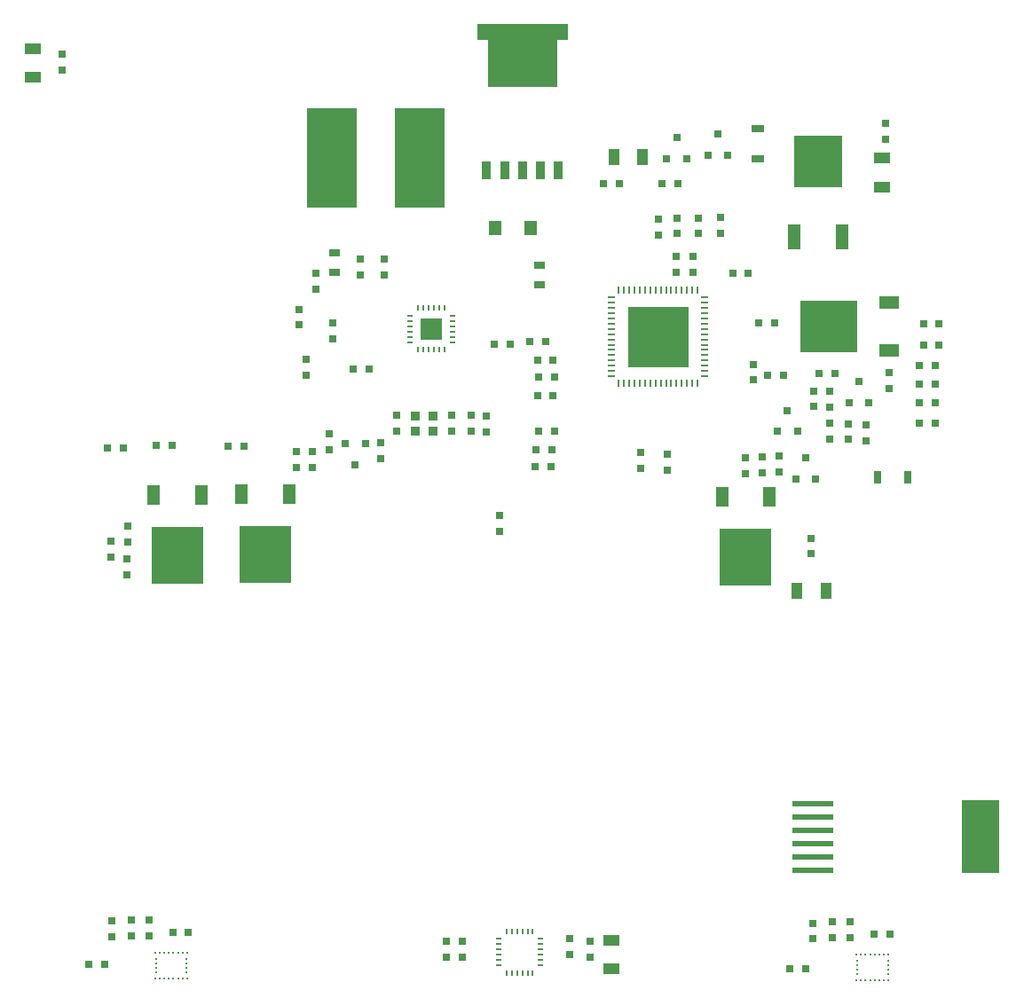
<source format=gtp>
G04 #@! TF.FileFunction,Paste,Top*
%FSLAX46Y46*%
G04 Gerber Fmt 4.6, Leading zero omitted, Abs format (unit mm)*
G04 Created by KiCad (PCBNEW 4.0.6-e0-6349~53~ubuntu16.04.1) date Sun May 21 20:45:15 2017*
%MOMM*%
%LPD*%
G01*
G04 APERTURE LIST*
%ADD10C,0.150000*%
%ADD11R,0.800608X0.719328*%
%ADD12R,0.719328X0.800608*%
%ADD13R,1.117600X0.711200*%
%ADD14R,4.800000X9.600000*%
%ADD15R,1.999488X1.999488*%
%ADD16O,0.199136X0.640080*%
%ADD17O,0.640080X0.199136*%
%ADD18R,0.200000X0.680000*%
%ADD19R,0.680000X0.200000*%
%ADD20R,5.720000X5.720000*%
%ADD21R,8.640000X1.528000*%
%ADD22R,0.856000X1.728000*%
%ADD23R,6.664000X5.592000*%
%ADD24R,0.960000X0.880000*%
%ADD25R,0.800000X0.640000*%
%ADD26R,1.200912X0.800608*%
%ADD27R,1.239520X0.800608*%
%ADD28R,1.216000X1.344000*%
%ADD29R,0.800608X1.200912*%
%ADD30R,0.800608X1.239520*%
%ADD31R,1.000000X1.600000*%
%ADD32R,1.600000X1.000000*%
%ADD33R,0.800000X0.720000*%
%ADD34R,0.720000X0.800000*%
%ADD35R,1.200000X1.840000*%
%ADD36R,4.984000X5.392000*%
%ADD37R,1.280000X2.400000*%
%ADD38R,4.640000X4.960000*%
%ADD39R,1.840000X1.200000*%
%ADD40R,5.392000X4.984000*%
%ADD41R,0.640080X0.640080*%
%ADD42R,0.200000X0.280000*%
%ADD43R,0.280000X0.200000*%
%ADD44R,4.000000X0.608000*%
%ADD45R,3.600000X7.040000*%
G04 APERTURE END LIST*
D10*
D11*
X132300000Y-99251840D03*
X132300000Y-97748160D03*
X130800000Y-99201840D03*
X130800000Y-97698160D03*
X129000000Y-99201840D03*
X129000000Y-97698160D03*
X123750000Y-99201840D03*
X123750000Y-97698160D03*
X122500000Y-82748160D03*
X122500000Y-84251840D03*
X133500000Y-107268160D03*
X133500000Y-108771840D03*
X149550000Y-101398160D03*
X149550000Y-102901840D03*
X157750000Y-92798160D03*
X157750000Y-94301840D03*
D12*
X136448160Y-90600000D03*
X137951840Y-90600000D03*
X159751840Y-88900000D03*
X158248160Y-88900000D03*
D13*
X137300000Y-85252500D03*
X137300000Y-83347500D03*
D11*
X120200000Y-82748160D03*
X120200000Y-84251840D03*
D12*
X134551840Y-90900000D03*
X133048160Y-90900000D03*
D11*
X152000000Y-82548160D03*
X152000000Y-84051840D03*
X148675000Y-78948160D03*
X148675000Y-80451840D03*
X154600000Y-80301840D03*
X154600000Y-78798160D03*
X150400000Y-82548160D03*
X150400000Y-84051840D03*
D13*
X117800000Y-82147500D03*
X117800000Y-84052500D03*
D14*
X125950000Y-73150000D03*
X117550000Y-73150000D03*
D15*
X127010000Y-89430000D03*
D16*
X125760320Y-91428980D03*
X126260700Y-91428980D03*
X126761080Y-91428980D03*
X127258920Y-91428980D03*
X127759300Y-91428980D03*
X128259680Y-91428980D03*
D17*
X129008980Y-90679680D03*
X129008980Y-90179300D03*
X129008980Y-89678920D03*
X129008980Y-89181080D03*
X129008980Y-88680700D03*
X129008980Y-88180320D03*
D16*
X128259680Y-87431020D03*
X127759300Y-87431020D03*
X127258920Y-87431020D03*
X126761080Y-87431020D03*
X126260700Y-87431020D03*
X125760320Y-87431020D03*
D17*
X125011020Y-88180320D03*
X125011020Y-88680700D03*
X125011020Y-89181080D03*
X125011020Y-89678920D03*
X125011020Y-90179300D03*
X125011020Y-90679680D03*
D18*
X151910000Y-94640000D03*
X152410000Y-94640000D03*
X148910000Y-94640000D03*
X149410000Y-94640000D03*
X150410000Y-94640000D03*
X149910000Y-94640000D03*
X151410000Y-94640000D03*
X150910000Y-94640000D03*
X146910000Y-94640000D03*
X147410000Y-94640000D03*
X148410000Y-94640000D03*
X147910000Y-94640000D03*
X145910000Y-94640000D03*
X146410000Y-94640000D03*
X145410000Y-94640000D03*
X144910000Y-94640000D03*
D19*
X144210000Y-93940000D03*
X144210000Y-93440000D03*
X144210000Y-92440000D03*
X144210000Y-92940000D03*
X144210000Y-90940000D03*
X144210000Y-90440000D03*
X144210000Y-91440000D03*
X144210000Y-91940000D03*
X144210000Y-87940000D03*
X144210000Y-87440000D03*
X144210000Y-88940000D03*
X144210000Y-88440000D03*
X144210000Y-89440000D03*
X144210000Y-89940000D03*
X144210000Y-86440000D03*
X144210000Y-86940000D03*
D18*
X144910000Y-85740000D03*
X145410000Y-85740000D03*
X146410000Y-85740000D03*
X145910000Y-85740000D03*
X147910000Y-85740000D03*
X148410000Y-85740000D03*
X147410000Y-85740000D03*
X146910000Y-85740000D03*
X150910000Y-85740000D03*
X151410000Y-85740000D03*
X149910000Y-85740000D03*
X150410000Y-85740000D03*
X149410000Y-85740000D03*
X148910000Y-85740000D03*
X152410000Y-85740000D03*
X151910000Y-85740000D03*
D19*
X153110000Y-86940000D03*
X153110000Y-86440000D03*
X153110000Y-89940000D03*
X153110000Y-89440000D03*
X153110000Y-88440000D03*
X153110000Y-88920000D03*
X153110000Y-87440000D03*
X153110000Y-87940000D03*
X153110000Y-91940000D03*
X153110000Y-91440000D03*
X153110000Y-90440000D03*
X153110000Y-90940000D03*
X153110000Y-92940000D03*
X153110000Y-92440000D03*
X153110000Y-93440000D03*
X153110000Y-93940000D03*
D20*
X148660000Y-90190000D03*
D21*
X135700000Y-61050000D03*
D22*
X137400000Y-74260000D03*
X139100000Y-74260000D03*
X135700000Y-74260000D03*
X134000000Y-74260000D03*
X132300000Y-74260000D03*
D23*
X135700000Y-63585000D03*
X135700000Y-63585000D03*
D21*
X135700000Y-61050000D03*
D24*
X127150000Y-97750000D03*
X125450000Y-97750000D03*
X127150000Y-99150000D03*
X125450000Y-99150000D03*
D25*
X150500000Y-80350000D03*
X152500000Y-80350000D03*
X150500000Y-78850000D03*
X152500000Y-78850000D03*
D26*
X158185240Y-70286960D03*
D27*
X158175080Y-73213040D03*
D28*
X133130000Y-79770000D03*
X136530000Y-79770000D03*
D29*
X169586960Y-103554760D03*
D30*
X172513040Y-103564920D03*
D31*
X144425000Y-73050000D03*
X147175000Y-73050000D03*
D32*
X88990000Y-65445000D03*
X88990000Y-62695000D03*
X170000000Y-73125000D03*
X170000000Y-75875000D03*
D31*
X161935000Y-114420000D03*
X164685000Y-114420000D03*
D11*
X117260000Y-99448160D03*
D33*
X117260000Y-100951840D03*
D11*
X97980000Y-112901840D03*
D33*
X97980000Y-111398160D03*
D11*
X158620000Y-101658160D03*
D33*
X158620000Y-103161840D03*
D11*
X168470000Y-100111840D03*
D33*
X168470000Y-98608160D03*
D12*
X173598160Y-98450000D03*
D34*
X175101840Y-98450000D03*
D12*
X173968160Y-90980000D03*
D34*
X175471840Y-90980000D03*
D35*
X159300000Y-105470000D03*
X154740000Y-105470000D03*
D36*
X157020000Y-111220000D03*
D35*
X105040000Y-105270000D03*
X100480000Y-105270000D03*
D36*
X102760000Y-111020000D03*
D35*
X113490000Y-105190000D03*
X108930000Y-105190000D03*
D36*
X111210000Y-110940000D03*
D37*
X161615000Y-80670000D03*
X166185000Y-80670000D03*
D38*
X163900000Y-73490000D03*
D39*
X170690000Y-91490000D03*
X170690000Y-86930000D03*
D40*
X164940000Y-89210000D03*
D12*
X157271840Y-84160000D03*
X155768160Y-84160000D03*
X165511840Y-93680000D03*
X164008160Y-93680000D03*
D11*
X115660000Y-102631840D03*
X115660000Y-101128160D03*
D12*
X173968160Y-88960000D03*
X175471840Y-88960000D03*
X175101840Y-92900000D03*
X173598160Y-92900000D03*
X150511840Y-75550000D03*
X149008160Y-75550000D03*
D11*
X170670000Y-95141840D03*
X170670000Y-93638160D03*
X163260000Y-110901840D03*
X163260000Y-109398160D03*
X170320000Y-71301840D03*
X170320000Y-69798160D03*
X91750000Y-64731840D03*
X91750000Y-63228160D03*
D12*
X175101840Y-96470000D03*
X173598160Y-96470000D03*
D11*
X165010000Y-96921840D03*
X165010000Y-95418160D03*
X165020000Y-99951840D03*
X165020000Y-98448160D03*
X166830000Y-98488160D03*
X166830000Y-99991840D03*
D12*
X144951840Y-75600000D03*
X143448160Y-75600000D03*
D11*
X160230000Y-101598160D03*
X160230000Y-103101840D03*
X157020000Y-103211840D03*
X157020000Y-101708160D03*
X114160000Y-101138160D03*
X114160000Y-102641840D03*
D12*
X175101840Y-94680000D03*
X173598160Y-94680000D03*
D11*
X96430000Y-111211840D03*
X96430000Y-109708160D03*
X98030000Y-109751840D03*
X98030000Y-108248160D03*
X122150000Y-101831840D03*
X122150000Y-100328160D03*
X163500000Y-96851840D03*
X163500000Y-95348160D03*
D12*
X109151840Y-100600000D03*
X107648160Y-100600000D03*
X102261840Y-100580000D03*
X100758160Y-100580000D03*
D11*
X147000000Y-101248160D03*
X147000000Y-102751840D03*
D12*
X96118160Y-100830000D03*
X97621840Y-100830000D03*
D11*
X114400000Y-87548160D03*
X114400000Y-89051840D03*
X116000000Y-85651840D03*
X116000000Y-84148160D03*
X115100000Y-92348160D03*
X115100000Y-93851840D03*
X117600000Y-90351840D03*
X117600000Y-88848160D03*
D12*
X138651840Y-95800000D03*
X137148160Y-95800000D03*
X138751840Y-94000000D03*
X137248160Y-94000000D03*
X138651840Y-92400000D03*
X137148160Y-92400000D03*
X159098160Y-93830000D03*
X160601840Y-93830000D03*
X119548160Y-93300000D03*
X121051840Y-93300000D03*
X138451840Y-102600000D03*
X136948160Y-102600000D03*
X138501840Y-101000000D03*
X136998160Y-101000000D03*
X138751840Y-99150000D03*
X137248160Y-99150000D03*
D41*
X166850000Y-96440000D03*
X168750000Y-96440000D03*
X167800000Y-94440000D03*
X153420000Y-72830000D03*
X155320000Y-72830000D03*
X154370000Y-70830000D03*
X149480000Y-73170000D03*
X151380000Y-73170000D03*
X150430000Y-71170000D03*
X120720000Y-100380000D03*
X118820000Y-100380000D03*
X119770000Y-102380000D03*
X161800000Y-103760000D03*
X163700000Y-103760000D03*
X162750000Y-101760000D03*
X160050000Y-99200000D03*
X161950000Y-99200000D03*
X161000000Y-97200000D03*
D42*
X103705000Y-148975000D03*
X100695000Y-148950000D03*
X103705000Y-151425000D03*
X100695000Y-151425000D03*
X102415000Y-151425000D03*
X103275000Y-151425000D03*
X102845000Y-151425000D03*
X103275000Y-148975000D03*
D43*
X103675000Y-150845000D03*
X103675000Y-150415000D03*
D42*
X102415000Y-148975000D03*
X102845000Y-148975000D03*
X101125000Y-148950000D03*
D43*
X100725000Y-150845000D03*
X100725000Y-149555000D03*
D42*
X101555000Y-148975000D03*
D43*
X100725000Y-149985000D03*
X100725000Y-150415000D03*
X103675000Y-149555000D03*
X103675000Y-149985000D03*
D42*
X101985000Y-148975000D03*
X101555000Y-151425000D03*
X101985000Y-151425000D03*
X101125000Y-151425000D03*
D12*
X103851840Y-147000000D03*
D34*
X102348160Y-147000000D03*
D11*
X100100000Y-147351840D03*
D33*
X100100000Y-145848160D03*
D11*
X96500000Y-145948160D03*
D33*
X96500000Y-147451840D03*
D12*
X94348160Y-150100000D03*
D34*
X95851840Y-150100000D03*
D11*
X98400000Y-147351840D03*
D33*
X98400000Y-145848160D03*
D44*
X163400000Y-134725000D03*
X163400000Y-137265000D03*
X163400000Y-139805000D03*
X163400000Y-138535000D03*
X163400000Y-141075000D03*
X163400000Y-135995000D03*
D45*
X179450000Y-137900000D03*
D42*
X170605000Y-149175000D03*
X167595000Y-149150000D03*
X170605000Y-151625000D03*
X167595000Y-151625000D03*
X169315000Y-151625000D03*
X170175000Y-151625000D03*
X169745000Y-151625000D03*
X170175000Y-149175000D03*
D43*
X170575000Y-151045000D03*
X170575000Y-150615000D03*
D42*
X169315000Y-149175000D03*
X169745000Y-149175000D03*
X168025000Y-149150000D03*
D43*
X167625000Y-151045000D03*
X167625000Y-149755000D03*
D42*
X168455000Y-149175000D03*
D43*
X167625000Y-150185000D03*
X167625000Y-150615000D03*
X170575000Y-149755000D03*
X170575000Y-150185000D03*
D42*
X168885000Y-149175000D03*
X168455000Y-151625000D03*
X168885000Y-151625000D03*
X168025000Y-151625000D03*
D12*
X170751840Y-147200000D03*
D34*
X169248160Y-147200000D03*
D11*
X167000000Y-147551840D03*
D33*
X167000000Y-146048160D03*
D11*
X163400000Y-146148160D03*
D33*
X163400000Y-147651840D03*
D12*
X161248160Y-150500000D03*
D34*
X162751840Y-150500000D03*
D11*
X165300000Y-147551840D03*
D33*
X165300000Y-146048160D03*
D12*
X128448160Y-147900000D03*
X129951840Y-147900000D03*
D11*
X140200000Y-149151840D03*
X140200000Y-147648160D03*
D12*
X128448160Y-149400000D03*
X129951840Y-149400000D03*
D32*
X144200000Y-150525000D03*
X144200000Y-147775000D03*
D11*
X142200000Y-147898160D03*
X142200000Y-149401840D03*
D17*
X133451020Y-147650320D03*
X133451020Y-148150700D03*
X133451020Y-148651080D03*
X133451020Y-149148920D03*
X133451020Y-149649300D03*
X133451020Y-150149680D03*
D16*
X134200320Y-150898980D03*
X134700700Y-150898980D03*
X135201080Y-150898980D03*
X135698920Y-150898980D03*
X136199300Y-150898980D03*
X136699680Y-150898980D03*
D17*
X137448980Y-150149680D03*
X137448980Y-149649300D03*
X137448980Y-149148920D03*
X137448980Y-148651080D03*
X137448980Y-148150700D03*
X137448980Y-147650320D03*
D16*
X136699680Y-146901020D03*
X136199300Y-146901020D03*
X135698920Y-146901020D03*
X135201080Y-146901020D03*
X134700700Y-146901020D03*
X134200320Y-146901020D03*
M02*

</source>
